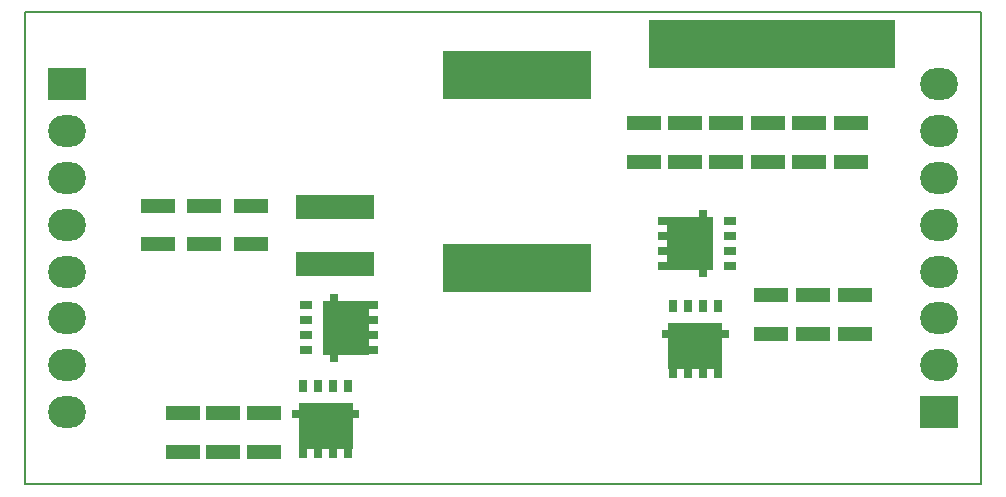
<source format=gts>
%FSLAX25Y25*%
%MOIN*%
G70*
G01*
G75*
G04 Layer_Color=8388736*
%ADD10R,0.10630X0.03937*%
%ADD11R,0.02126X0.03543*%
%ADD12R,0.06299X0.01969*%
%ADD13R,0.07874X0.14410*%
%ADD14R,0.09843X0.14410*%
%ADD15R,0.25590X0.07559*%
%ADD16R,0.03543X0.02126*%
%ADD17R,0.01969X0.06299*%
%ADD18R,0.14410X0.07874*%
%ADD19R,0.14410X0.09843*%
%ADD20R,0.48504X0.15354*%
%ADD21C,0.00800*%
%ADD22R,0.19863X0.06977*%
%ADD23R,0.06180X0.93198*%
%ADD24R,0.45000X0.11900*%
%ADD25R,0.14563X0.09851*%
%ADD26R,0.30545X0.09475*%
%ADD27R,0.84414X0.11700*%
%ADD28R,0.46600X0.09300*%
%ADD29R,0.07500X0.15800*%
%ADD30R,0.07871X0.17200*%
%ADD31C,0.00500*%
%ADD32O,0.11811X0.09843*%
%ADD33R,0.11811X0.09843*%
%ADD34C,0.04000*%
%ADD35C,0.03000*%
%ADD36C,0.02000*%
%ADD37C,0.05000*%
%ADD38R,0.02756X0.03347*%
%ADD39R,0.03347X0.02756*%
%ADD40R,0.05118X0.03937*%
%ADD41O,0.02756X0.01181*%
%ADD42O,0.01181X0.02756*%
%ADD43R,0.07087X0.13386*%
%ADD44R,0.05000X0.94000*%
%ADD45R,0.16800X0.04300*%
%ADD46R,0.02620X0.27359*%
%ADD47R,0.02295X0.26700*%
%ADD48C,0.01000*%
%ADD49R,0.82400X0.16100*%
%ADD50R,0.11430X0.04737*%
%ADD51R,0.02926X0.04343*%
%ADD52R,0.07099X0.02769*%
%ADD53R,0.08674X0.15210*%
%ADD54R,0.10642X0.15210*%
%ADD55R,0.26391X0.08359*%
%ADD56R,0.04343X0.02926*%
%ADD57R,0.02769X0.07099*%
%ADD58R,0.15210X0.08674*%
%ADD59R,0.15210X0.10642*%
%ADD60R,0.49304X0.16154*%
%ADD61O,0.12611X0.10642*%
%ADD62R,0.12611X0.10642*%
D31*
X0Y-157480D02*
Y0D01*
Y-157480D02*
X318898D01*
Y0D01*
X0D02*
X318898D01*
D49*
X249200Y-10650D02*
D03*
D50*
X79826Y-146600D02*
D03*
Y-133805D02*
D03*
X66226Y-146600D02*
D03*
Y-133805D02*
D03*
X52626Y-146600D02*
D03*
Y-133805D02*
D03*
X59926Y-64700D02*
D03*
Y-77495D02*
D03*
X75426Y-64700D02*
D03*
Y-77495D02*
D03*
X44426Y-64700D02*
D03*
Y-77495D02*
D03*
X276726Y-107294D02*
D03*
Y-94498D02*
D03*
X262726Y-107294D02*
D03*
Y-94498D02*
D03*
X248726Y-107294D02*
D03*
Y-94498D02*
D03*
X275326Y-37094D02*
D03*
Y-49889D02*
D03*
X247726Y-37094D02*
D03*
Y-49889D02*
D03*
X261526Y-37094D02*
D03*
Y-49889D02*
D03*
X206326Y-37094D02*
D03*
Y-49889D02*
D03*
X220126Y-37094D02*
D03*
Y-49889D02*
D03*
X233926Y-37094D02*
D03*
Y-49889D02*
D03*
D51*
X97888Y-146778D02*
D03*
X107888D02*
D03*
Y-124740D02*
D03*
X92888Y-146778D02*
D03*
X97888Y-124740D02*
D03*
X92888D02*
D03*
X102888Y-146778D02*
D03*
Y-124740D02*
D03*
X220988Y-119972D02*
D03*
X230988D02*
D03*
Y-97934D02*
D03*
X215988Y-119972D02*
D03*
X220988Y-97934D02*
D03*
X215988D02*
D03*
X225988Y-119972D02*
D03*
Y-97934D02*
D03*
D52*
X108262Y-133992D02*
D03*
X92514D02*
D03*
X231362Y-107186D02*
D03*
X215614D02*
D03*
D53*
X105009Y-138028D02*
D03*
X228109Y-111221D02*
D03*
D54*
X96767Y-138028D02*
D03*
X219867Y-111221D02*
D03*
D55*
X103326Y-64924D02*
D03*
Y-83900D02*
D03*
D56*
X115804Y-107838D02*
D03*
Y-97838D02*
D03*
X93766D02*
D03*
X115804Y-112838D02*
D03*
X93766Y-107838D02*
D03*
Y-112838D02*
D03*
X115804Y-102838D02*
D03*
X93766D02*
D03*
X213148Y-74656D02*
D03*
Y-84656D02*
D03*
X235186D02*
D03*
X213148Y-69656D02*
D03*
X235186Y-74656D02*
D03*
Y-69656D02*
D03*
X213148Y-79656D02*
D03*
X235186D02*
D03*
D57*
X103018Y-97464D02*
D03*
Y-113212D02*
D03*
X225934Y-85030D02*
D03*
Y-69282D02*
D03*
D58*
X107053Y-100716D02*
D03*
X221898Y-81777D02*
D03*
D59*
X107053Y-108959D02*
D03*
X221898Y-73535D02*
D03*
D60*
X164026Y-21087D02*
D03*
Y-85300D02*
D03*
D61*
X304724Y-117717D02*
D03*
Y-102126D02*
D03*
Y-70945D02*
D03*
Y-86535D02*
D03*
Y-24173D02*
D03*
Y-39764D02*
D03*
Y-55354D02*
D03*
X14173Y-102126D02*
D03*
Y-117717D02*
D03*
Y-133307D02*
D03*
Y-70945D02*
D03*
Y-86536D02*
D03*
Y-55354D02*
D03*
Y-39764D02*
D03*
D62*
X304724Y-133307D02*
D03*
X14173Y-24173D02*
D03*
M02*

</source>
